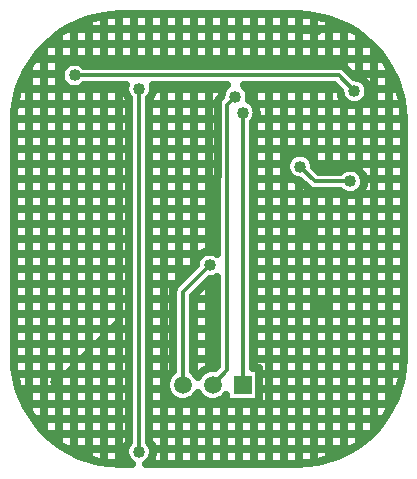
<source format=gbr>
G04 DipTrace 4.0.0.2*
G04 2 - Bottom.gbr*
%MOIN*%
G04 #@! TF.FileFunction,Copper,L2,Bot*
G04 #@! TF.Part,Single*
G04 #@! TA.AperFunction,Conductor*
%ADD12C,0.012992*%
G04 #@! TA.AperFunction,CopperBalancing*
%ADD13C,0.025*%
G04 #@! TA.AperFunction,ComponentPad*
%ADD15R,0.059055X0.059055*%
%ADD16C,0.059055*%
G04 #@! TA.AperFunction,ViaPad*
%ADD21C,0.04*%
%FSLAX26Y26*%
G04*
G70*
G90*
G75*
G01*
G04 Bottom*
%LPD*%
X1386857Y1422806D2*
D12*
X1436381Y1373283D1*
X1553873D1*
X1438401Y1877700D2*
Y1870700D1*
X1396401D1*
X573905Y705196D2*
X794409Y925700D1*
X1409968Y1206133D2*
X1431401Y1227567D1*
X850397Y472432D2*
Y1683015D1*
X635133Y1726739D2*
X1514905D1*
X1567897Y1673747D1*
X995401Y694700D2*
Y1003621D1*
X1085480Y1093700D1*
X1095401Y694700D2*
X1144417Y743716D1*
Y1629731D1*
X1170893Y1656208D1*
X1195401Y694700D2*
Y1603216D1*
D21*
X1438401Y1877700D3*
X573905Y705196D3*
X1409968Y1206133D3*
X1553873Y1373283D3*
X1386857Y1422806D3*
X1085480Y1093700D3*
X1170893Y1656208D3*
X1195401Y1603216D3*
X850397Y1683015D3*
Y472432D3*
X1567897Y1673747D3*
X635133Y1726739D3*
X1456424Y951968D3*
X609115Y1880003D2*
D13*
X1556230D1*
X543268Y1830003D2*
X1622078D1*
X500458Y1780003D2*
X1664888D1*
X470889Y1730003D2*
X586245D1*
X1560800D2*
X1694456D1*
X450794Y1680003D2*
X801514D1*
X899275D2*
X1128455D1*
X1213333D2*
X1512487D1*
X1616456D2*
X1714551D1*
X439491Y1630003D2*
X814899D1*
X885890D2*
X1108934D1*
X1235904D2*
X1549663D1*
X1586134D2*
X1725855D1*
X435005Y1580003D2*
X814899D1*
X885890D2*
X1108934D1*
X1238165D2*
X1730340D1*
X434718Y1530003D2*
X814899D1*
X885890D2*
X1108934D1*
X1230880D2*
X1730663D1*
X434718Y1480003D2*
X814899D1*
X885890D2*
X1108934D1*
X1230880D2*
X1730663D1*
X434718Y1430003D2*
X814899D1*
X885890D2*
X1108934D1*
X1230880D2*
X1338413D1*
X1435277D2*
X1730663D1*
X434718Y1380003D2*
X814899D1*
X885890D2*
X1108934D1*
X1230880D2*
X1366223D1*
X1602389D2*
X1730663D1*
X434718Y1330003D2*
X814899D1*
X885890D2*
X1108934D1*
X1230880D2*
X1534413D1*
X1573359D2*
X1730663D1*
X434718Y1280003D2*
X814899D1*
X885890D2*
X1108934D1*
X1230880D2*
X1730663D1*
X434718Y1230003D2*
X814899D1*
X885890D2*
X1108934D1*
X1230880D2*
X1730663D1*
X434718Y1180003D2*
X814899D1*
X885890D2*
X1108934D1*
X1230880D2*
X1730663D1*
X434718Y1130003D2*
X814899D1*
X885890D2*
X1053923D1*
X1230880D2*
X1730663D1*
X434718Y1080003D2*
X814899D1*
X885890D2*
X1022632D1*
X1230880D2*
X1730663D1*
X434718Y1030003D2*
X814899D1*
X885890D2*
X972646D1*
X1070945D2*
X1108934D1*
X1230880D2*
X1730663D1*
X434718Y980003D2*
X814899D1*
X885890D2*
X959907D1*
X1030898D2*
X1108934D1*
X1230880D2*
X1730663D1*
X434718Y930003D2*
X814899D1*
X885890D2*
X959907D1*
X1030898D2*
X1108934D1*
X1230880D2*
X1730663D1*
X434718Y880003D2*
X814899D1*
X885890D2*
X959907D1*
X1030898D2*
X1108934D1*
X1230880D2*
X1730663D1*
X434718Y830003D2*
X814899D1*
X885890D2*
X959907D1*
X1030898D2*
X1108934D1*
X1230880D2*
X1730663D1*
X435113Y780003D2*
X814899D1*
X885890D2*
X959907D1*
X1030898D2*
X1108934D1*
X1230880D2*
X1730233D1*
X439813Y730003D2*
X814899D1*
X885890D2*
X949393D1*
X1041376D2*
X1049416D1*
X1253918D2*
X1725532D1*
X451584Y680003D2*
X814899D1*
X885890D2*
X938843D1*
X1253918D2*
X1713762D1*
X471930Y630003D2*
X814899D1*
X885890D2*
X1693415D1*
X502073Y580003D2*
X814899D1*
X885890D2*
X1663273D1*
X545672Y530003D2*
X814899D1*
X885890D2*
X1619673D1*
X612775Y480003D2*
X802016D1*
X898772D2*
X1552570D1*
X482200Y1753088D2*
Y609112D1*
X532200Y1818936D2*
Y543265D1*
X582200Y1861745D2*
Y500455D1*
X632200Y1891314D2*
Y1775635D1*
Y1677839D2*
Y470886D1*
X682200Y1911409D2*
Y1762215D1*
Y1691260D2*
Y450791D1*
X732200Y1922713D2*
Y1762215D1*
Y1691260D2*
Y439488D1*
X782200Y1927198D2*
Y1762215D1*
Y1691260D2*
Y435002D1*
X832200Y1927485D2*
Y1762215D1*
X882200Y1927485D2*
Y1762215D1*
X932200Y1927485D2*
Y1762215D1*
Y1691260D2*
Y434715D1*
X982200Y1927485D2*
Y1762215D1*
Y1691260D2*
Y1039579D1*
Y637772D2*
Y434715D1*
X1032200Y1927485D2*
Y1762215D1*
Y1691260D2*
Y1089566D1*
Y991267D2*
Y739444D1*
Y649972D2*
Y434715D1*
X1082200Y1927485D2*
Y1762215D1*
Y1691260D2*
Y1142567D1*
Y1041289D2*
Y751644D1*
Y637772D2*
Y434715D1*
X1132200Y1927485D2*
Y1762215D1*
Y649972D2*
Y434715D1*
X1182200Y1927485D2*
Y1762215D1*
Y636193D2*
Y434715D1*
X1232200Y1927485D2*
Y1762215D1*
Y1691260D2*
Y1634108D1*
Y1572304D2*
Y753223D1*
Y636193D2*
Y434715D1*
X1282200Y1927485D2*
Y1762215D1*
Y1691260D2*
Y434715D1*
X1332200Y1927485D2*
Y1762215D1*
Y1691260D2*
Y434715D1*
X1382200Y1927234D2*
Y1762215D1*
Y1691260D2*
Y1471553D1*
Y1374043D2*
Y434966D1*
X1432200Y1922856D2*
Y1762215D1*
Y1691260D2*
Y1435561D1*
Y1338052D2*
Y439344D1*
X1482200Y1911768D2*
Y1762215D1*
Y1691260D2*
Y1408756D1*
Y1337800D2*
Y450468D1*
X1532200Y1891745D2*
Y1757334D1*
Y1641452D2*
Y1416901D1*
Y1329655D2*
Y470456D1*
X1582200Y1862463D2*
Y1720481D1*
Y1627027D2*
Y1412631D1*
Y1333925D2*
Y499737D1*
X1632200Y1820012D2*
Y542224D1*
X1682200Y1754703D2*
Y607533D1*
X1732200Y1590748D2*
Y771416D1*
X1228412Y750717D2*
X1251418D1*
Y638683D1*
X1139384D1*
Y660034D1*
X1135011Y655090D1*
X1128327Y649381D1*
X1120832Y644788D1*
X1112711Y641425D1*
X1104164Y639373D1*
X1095401Y638683D1*
X1086638Y639373D1*
X1078091Y641425D1*
X1069970Y644788D1*
X1062475Y649381D1*
X1055791Y655090D1*
X1050082Y661774D1*
X1045410Y669440D1*
X1040720Y661774D1*
X1035011Y655090D1*
X1028327Y649381D1*
X1020832Y644788D1*
X1012711Y641425D1*
X1004164Y639373D1*
X995401Y638683D1*
X986638Y639373D1*
X978091Y641425D1*
X969970Y644788D1*
X962475Y649381D1*
X955791Y655090D1*
X950082Y661774D1*
X945489Y669269D1*
X942125Y677390D1*
X940073Y685937D1*
X939384Y694700D1*
X940073Y703463D1*
X942125Y712010D1*
X945489Y720131D1*
X950082Y727626D1*
X955791Y734310D1*
X962407Y739966D1*
X962517Y1006209D1*
X963327Y1011322D1*
X964926Y1016244D1*
X967276Y1020856D1*
X970318Y1025044D1*
X1017485Y1072354D1*
X1038977Y1093846D1*
X1039562Y1100973D1*
X1041265Y1108066D1*
X1044057Y1114806D1*
X1047869Y1121026D1*
X1052606Y1126573D1*
X1058154Y1131311D1*
X1064374Y1135122D1*
X1071113Y1137914D1*
X1078207Y1139617D1*
X1085480Y1140190D1*
X1092752Y1139617D1*
X1099846Y1137914D1*
X1106585Y1135122D1*
X1111442Y1132222D1*
X1111533Y1632320D1*
X1112342Y1637432D1*
X1113942Y1642355D1*
X1116292Y1646966D1*
X1119334Y1651154D1*
X1124428Y1656391D1*
X1124976Y1663480D1*
X1126679Y1670574D1*
X1129470Y1677314D1*
X1133282Y1683534D1*
X1138020Y1689081D1*
X1143489Y1693757D1*
X895602Y1693754D1*
X896743Y1686662D1*
Y1679367D1*
X895602Y1672162D1*
X893348Y1665224D1*
X890036Y1658724D1*
X885748Y1652822D1*
X883376Y1650257D1*
X883382Y505204D1*
X888008Y499758D1*
X891819Y493538D1*
X894611Y486798D1*
X896314Y479705D1*
X896886Y472432D1*
X896314Y465160D1*
X894611Y458066D1*
X891819Y451326D1*
X888008Y445106D1*
X883270Y439559D1*
X877723Y434821D1*
X873630Y432201D1*
X1377008Y432200D1*
X1412769Y433957D1*
X1447208Y439066D1*
X1481017Y447532D1*
X1513835Y459271D1*
X1545342Y474169D1*
X1575239Y492085D1*
X1603234Y512844D1*
X1629061Y536248D1*
X1652470Y562071D1*
X1673234Y590063D1*
X1691155Y619955D1*
X1706059Y651460D1*
X1717804Y684275D1*
X1726275Y718083D1*
X1731393Y752558D1*
X1733153Y788329D1*
Y1573852D1*
X1731396Y1609619D1*
X1726287Y1644059D1*
X1717822Y1677868D1*
X1706082Y1710685D1*
X1691184Y1742193D1*
X1673268Y1772088D1*
X1652508Y1800085D1*
X1629105Y1825910D1*
X1603283Y1849319D1*
X1575290Y1870083D1*
X1545397Y1888004D1*
X1513893Y1902908D1*
X1481077Y1914653D1*
X1447270Y1923124D1*
X1412795Y1928241D1*
X1377024Y1930001D1*
X788345Y1930003D1*
X752584Y1928246D1*
X718144Y1923137D1*
X684335Y1914671D1*
X651518Y1902933D1*
X620009Y1888034D1*
X590114Y1870118D1*
X562118Y1849359D1*
X536292Y1825955D1*
X512883Y1800132D1*
X492119Y1772139D1*
X474198Y1742247D1*
X459294Y1710742D1*
X447550Y1677927D1*
X439079Y1644119D1*
X433963Y1609643D1*
X432202Y1573872D1*
X432200Y788351D1*
X433957Y752584D1*
X439066Y718144D1*
X447532Y684334D1*
X459271Y651518D1*
X474170Y620010D1*
X492085Y590114D1*
X512845Y562117D1*
X536249Y536292D1*
X562071Y512883D1*
X590064Y492118D1*
X619956Y474198D1*
X651463Y459293D1*
X684276Y447549D1*
X718086Y439077D1*
X752560Y433960D1*
X788330Y432201D1*
X827138Y432200D1*
X823071Y434821D1*
X817524Y439559D1*
X812786Y445106D1*
X808974Y451326D1*
X806183Y458066D1*
X804480Y465160D1*
X803907Y472432D1*
X804480Y479705D1*
X806183Y486798D1*
X808974Y493538D1*
X812786Y499758D1*
X817417Y505190D1*
X817411Y1650244D1*
X812786Y1655689D1*
X808974Y1661909D1*
X806183Y1668649D1*
X804480Y1675742D1*
X803907Y1683015D1*
X804480Y1690288D1*
X805167Y1693742D1*
X667881Y1693754D1*
X662459Y1689129D1*
X656239Y1685317D1*
X649499Y1682525D1*
X642406Y1680822D1*
X635133Y1680250D1*
X627861Y1680822D1*
X620767Y1682525D1*
X614027Y1685317D1*
X607807Y1689129D1*
X602260Y1693866D1*
X597522Y1699414D1*
X593711Y1705634D1*
X590919Y1712373D1*
X589216Y1719467D1*
X588644Y1726739D1*
X589216Y1734012D1*
X590919Y1741105D1*
X593711Y1747845D1*
X597522Y1754065D1*
X602260Y1759612D1*
X607807Y1764350D1*
X614027Y1768162D1*
X620767Y1770954D1*
X627861Y1772657D1*
X635133Y1773229D1*
X642406Y1772657D1*
X649499Y1770954D1*
X656239Y1768162D1*
X662459Y1764350D1*
X667891Y1759719D1*
X1517493Y1759623D1*
X1522605Y1758814D1*
X1527528Y1757214D1*
X1532140Y1754864D1*
X1536327Y1751822D1*
X1568070Y1720223D1*
X1575169Y1719664D1*
X1582263Y1717961D1*
X1589003Y1715170D1*
X1595223Y1711358D1*
X1600770Y1706620D1*
X1605508Y1701073D1*
X1609319Y1694853D1*
X1612111Y1688113D1*
X1613814Y1681020D1*
X1614386Y1673747D1*
X1613814Y1666475D1*
X1612111Y1659381D1*
X1609319Y1652641D1*
X1605508Y1646421D1*
X1600770Y1640874D1*
X1595223Y1636136D1*
X1589003Y1632325D1*
X1582263Y1629533D1*
X1575169Y1627830D1*
X1567897Y1627258D1*
X1560624Y1627830D1*
X1553531Y1629533D1*
X1546791Y1632325D1*
X1540571Y1636136D1*
X1535024Y1640874D1*
X1530286Y1646421D1*
X1526474Y1652641D1*
X1523683Y1659381D1*
X1521980Y1666475D1*
X1521414Y1673591D1*
X1501232Y1693763D1*
X1198321Y1693754D1*
X1203766Y1689081D1*
X1208504Y1683534D1*
X1212315Y1677314D1*
X1215107Y1670574D1*
X1216810Y1663480D1*
X1217382Y1656208D1*
X1216810Y1648935D1*
X1215970Y1644902D1*
X1222727Y1640827D1*
X1228274Y1636089D1*
X1233012Y1630542D1*
X1236823Y1624322D1*
X1239615Y1617582D1*
X1241318Y1610488D1*
X1241890Y1603216D1*
X1241318Y1595943D1*
X1239615Y1588850D1*
X1236823Y1582110D1*
X1233012Y1575890D1*
X1228380Y1570458D1*
X1228386Y750745D1*
X1045410Y719960D2*
X1050082Y727626D1*
X1055791Y734310D1*
X1062475Y740019D1*
X1069970Y744612D1*
X1078091Y747975D1*
X1086638Y750027D1*
X1095401Y750717D1*
X1104078Y750037D1*
X1111418Y757366D1*
X1111431Y1055126D1*
X1106585Y1052278D1*
X1099846Y1049486D1*
X1092752Y1047783D1*
X1085636Y1047217D1*
X1028405Y989976D1*
X1028386Y740009D1*
X1035011Y734310D1*
X1040720Y727626D1*
X1045391Y719960D1*
X1600219Y1369635D2*
X1599078Y1362430D1*
X1596824Y1355492D1*
X1593512Y1348992D1*
X1589224Y1343090D1*
X1584066Y1337932D1*
X1578164Y1333644D1*
X1571664Y1330332D1*
X1564726Y1328078D1*
X1557521Y1326936D1*
X1550226D1*
X1543020Y1328078D1*
X1536082Y1330332D1*
X1529583Y1333644D1*
X1523681Y1337932D1*
X1521115Y1340303D1*
X1433793Y1340399D1*
X1428681Y1341208D1*
X1423758Y1342808D1*
X1419146Y1345158D1*
X1414959Y1348200D1*
X1386694Y1376321D1*
X1379585Y1376889D1*
X1372491Y1378592D1*
X1365752Y1381384D1*
X1359532Y1385196D1*
X1353984Y1389933D1*
X1349247Y1395480D1*
X1345435Y1401701D1*
X1342643Y1408440D1*
X1340940Y1415534D1*
X1340368Y1422806D1*
X1340940Y1430079D1*
X1342643Y1437172D1*
X1345435Y1443912D1*
X1349247Y1450132D1*
X1353984Y1455679D1*
X1359532Y1460417D1*
X1365752Y1464229D1*
X1372491Y1467020D1*
X1379585Y1468723D1*
X1386857Y1469296D1*
X1394130Y1468723D1*
X1401224Y1467020D1*
X1407963Y1464229D1*
X1414183Y1460417D1*
X1419731Y1455679D1*
X1424468Y1450132D1*
X1428280Y1443912D1*
X1431072Y1437172D1*
X1432775Y1430079D1*
X1433341Y1422963D1*
X1450043Y1406269D1*
X1521099Y1406268D1*
X1526547Y1410893D1*
X1532767Y1414705D1*
X1539507Y1417497D1*
X1546601Y1419200D1*
X1553873Y1419772D1*
X1561146Y1419200D1*
X1568239Y1417497D1*
X1574979Y1414705D1*
X1581199Y1410893D1*
X1586746Y1406156D1*
X1591484Y1400609D1*
X1595296Y1394388D1*
X1598087Y1387649D1*
X1599790Y1380555D1*
X1600363Y1373283D1*
X1600219Y1369635D1*
D15*
X1195401Y694700D3*
D16*
X1095401D3*
X995401D3*
M02*

</source>
